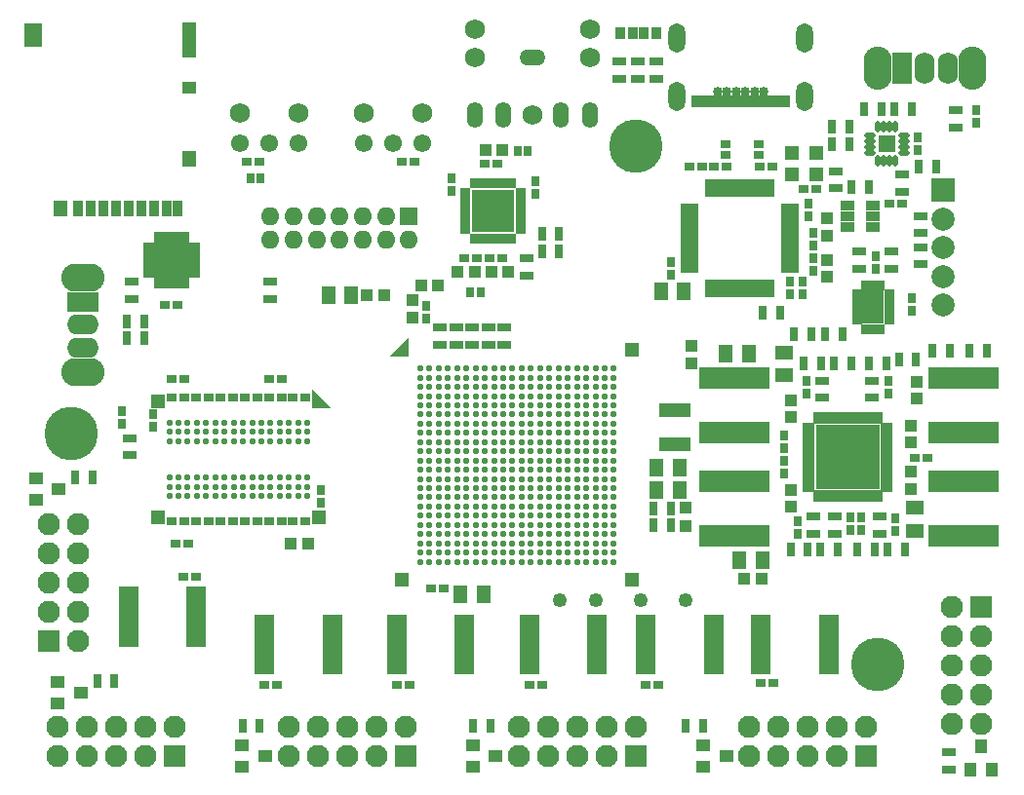
<source format=gts>
G04 #@! TF.GenerationSoftware,KiCad,Pcbnew,(5.0.0)*
G04 #@! TF.CreationDate,2018-09-09T11:50:12+09:00*
G04 #@! TF.ProjectId,ZynqBoard2,5A796E71426F617264322E6B69636164,rev?*
G04 #@! TF.SameCoordinates,Original*
G04 #@! TF.FileFunction,Soldermask,Top*
G04 #@! TF.FilePolarity,Negative*
%FSLAX46Y46*%
G04 Gerber Fmt 4.6, Leading zero omitted, Abs format (unit mm)*
G04 Created by KiCad (PCBNEW (5.0.0)) date 09/09/18 11:50:12*
%MOMM*%
%LPD*%
G01*
G04 APERTURE LIST*
%ADD10R,1.250000X1.500000*%
%ADD11R,1.050000X1.000000*%
%ADD12R,0.550000X1.060000*%
%ADD13R,1.060000X0.550000*%
%ADD14R,2.000000X2.000000*%
%ADD15R,0.750000X0.850000*%
%ADD16R,0.850000X0.750000*%
%ADD17C,0.580000*%
%ADD18R,1.180000X1.180000*%
%ADD19C,0.887106*%
%ADD20C,0.100000*%
%ADD21R,0.850000X0.850000*%
%ADD22O,1.000000X0.550000*%
%ADD23O,0.550000X1.000000*%
%ADD24R,2.750000X1.250000*%
%ADD25R,1.000000X1.050000*%
%ADD26R,1.500000X1.250000*%
%ADD27R,1.050000X1.050000*%
%ADD28R,0.850000X1.100000*%
%ADD29R,0.900000X1.100000*%
%ADD30O,1.600000X1.600000*%
%ADD31R,1.600000X1.600000*%
%ADD32R,1.550000X2.150000*%
%ADD33R,1.250000X3.050000*%
%ADD34R,1.250000X1.050000*%
%ADD35R,1.250000X1.450000*%
%ADD36R,0.950000X1.450000*%
%ADD37C,2.000000*%
%ADD38R,0.480000X1.100000*%
%ADD39R,0.710000X1.100000*%
%ADD40C,0.850000*%
%ADD41O,1.450000X2.550000*%
%ADD42C,1.750000*%
%ADD43O,2.250000X1.350000*%
%ADD44O,1.350000X2.250000*%
%ADD45R,6.150000X1.850000*%
%ADD46R,1.150000X1.250000*%
%ADD47O,1.950000X1.950000*%
%ADD48R,1.950000X1.950000*%
%ADD49R,1.050000X1.150000*%
%ADD50R,1.150000X1.050000*%
%ADD51R,1.150000X0.750000*%
%ADD52R,0.750000X1.150000*%
%ADD53O,3.750000X2.450000*%
%ADD54O,2.750000X1.750000*%
%ADD55R,2.750000X1.750000*%
%ADD56R,1.750000X2.750000*%
%ADD57O,1.750000X2.750000*%
%ADD58O,2.450000X3.750000*%
%ADD59R,1.550000X1.550000*%
%ADD60R,1.100000X0.550000*%
%ADD61R,0.550000X1.100000*%
%ADD62R,0.950000X0.500000*%
%ADD63R,0.500000X0.950000*%
%ADD64R,1.075000X1.575000*%
%ADD65R,1.550000X0.500000*%
%ADD66R,0.500000X1.550000*%
%ADD67R,1.310000X0.900000*%
%ADD68R,1.975000X1.975000*%
%ADD69C,1.550000*%
%ADD70R,1.750000X0.700000*%
%ADD71R,0.850000X0.650000*%
%ADD72R,0.650000X0.850000*%
%ADD73C,4.650000*%
%ADD74C,1.250000*%
G04 APERTURE END LIST*
D10*
G04 #@! TO.C,C48*
X89800000Y-98900000D03*
X87800000Y-98900000D03*
G04 #@! TD*
D11*
G04 #@! TO.C,C95*
X95450000Y-108600000D03*
X96950000Y-108600000D03*
G04 #@! TD*
D12*
G04 #@! TO.C,U4*
X107150000Y-101400000D03*
X106650000Y-101400000D03*
X106150000Y-101400000D03*
X105650000Y-101400000D03*
X105150000Y-101400000D03*
X104650000Y-101400000D03*
X104150000Y-101400000D03*
X103650000Y-101400000D03*
X103150000Y-101400000D03*
X102650000Y-101400000D03*
X102150000Y-101400000D03*
X101650000Y-94600000D03*
X102150000Y-94600000D03*
X102650000Y-94600000D03*
X103150000Y-94600000D03*
X103650000Y-94600000D03*
X104150000Y-94600000D03*
X104650000Y-94600000D03*
X105150000Y-94600000D03*
X105650000Y-94600000D03*
X106150000Y-94600000D03*
X106650000Y-94600000D03*
D13*
X101000000Y-100750000D03*
X101000000Y-100250000D03*
X101000000Y-99750000D03*
X101000000Y-99250000D03*
X101000000Y-98750000D03*
X101000000Y-98250000D03*
X101000000Y-97750000D03*
X101000000Y-97250000D03*
X101000000Y-96750000D03*
X101000000Y-96250000D03*
X101000000Y-95750000D03*
X107800000Y-95250000D03*
X107800000Y-95750000D03*
X107800000Y-96250000D03*
X107800000Y-96750000D03*
X107800000Y-97250000D03*
X107800000Y-97750000D03*
X107800000Y-98250000D03*
X107800000Y-98750000D03*
X107800000Y-99250000D03*
X107800000Y-99750000D03*
X107800000Y-100250000D03*
X101000000Y-95250000D03*
D12*
X107150000Y-94600000D03*
D13*
X107800000Y-100750000D03*
D12*
X101650000Y-101400000D03*
D14*
X106150000Y-99750000D03*
X106150000Y-96250000D03*
X106150000Y-98000000D03*
X104400000Y-98000000D03*
X104400000Y-96250000D03*
X104400000Y-99750000D03*
X102650000Y-98000000D03*
X102650000Y-96250000D03*
X102650000Y-99750000D03*
G04 #@! TD*
D15*
G04 #@! TO.C,C123*
X89100000Y-82150000D03*
X89100000Y-81050000D03*
G04 #@! TD*
D16*
G04 #@! TO.C,C4*
X47150000Y-105500000D03*
X46050000Y-105500000D03*
G04 #@! TD*
G04 #@! TO.C,C5*
X57350000Y-92800000D03*
X56250000Y-92800000D03*
G04 #@! TD*
G04 #@! TO.C,C6*
X55250000Y-92800000D03*
X54150000Y-92800000D03*
G04 #@! TD*
G04 #@! TO.C,C7*
X53150000Y-92800000D03*
X52050000Y-92800000D03*
G04 #@! TD*
G04 #@! TO.C,C8*
X51050000Y-92800000D03*
X49950000Y-92800000D03*
G04 #@! TD*
G04 #@! TO.C,C9*
X48950000Y-92800000D03*
X47850000Y-92800000D03*
G04 #@! TD*
G04 #@! TO.C,C10*
X46850000Y-92800000D03*
X45750000Y-92800000D03*
G04 #@! TD*
D15*
G04 #@! TO.C,C11*
X44100000Y-94250000D03*
X44100000Y-95350000D03*
G04 #@! TD*
G04 #@! TO.C,C12*
X41400000Y-94050000D03*
X41400000Y-95150000D03*
G04 #@! TD*
D16*
G04 #@! TO.C,C13*
X46850000Y-103600000D03*
X45750000Y-103600000D03*
G04 #@! TD*
G04 #@! TO.C,C14*
X48950000Y-103600000D03*
X47850000Y-103600000D03*
G04 #@! TD*
G04 #@! TO.C,C15*
X51050000Y-103600000D03*
X49950000Y-103600000D03*
G04 #@! TD*
G04 #@! TO.C,C16*
X52050000Y-103600000D03*
X53150000Y-103600000D03*
G04 #@! TD*
G04 #@! TO.C,C17*
X55250000Y-103600000D03*
X54150000Y-103600000D03*
G04 #@! TD*
G04 #@! TO.C,C18*
X56250000Y-103600000D03*
X57350000Y-103600000D03*
G04 #@! TD*
D15*
G04 #@! TO.C,C19*
X58700000Y-100850000D03*
X58700000Y-101950000D03*
G04 #@! TD*
D16*
G04 #@! TO.C,C20*
X55250000Y-91200000D03*
X54150000Y-91200000D03*
G04 #@! TD*
G04 #@! TO.C,C21*
X46850000Y-91200000D03*
X45750000Y-91200000D03*
G04 #@! TD*
D15*
G04 #@! TO.C,C63*
X67800000Y-85950000D03*
X67800000Y-84850000D03*
G04 #@! TD*
D16*
G04 #@! TO.C,C64*
X68250000Y-109400000D03*
X69350000Y-109400000D03*
G04 #@! TD*
G04 #@! TO.C,C85*
X46250000Y-84800000D03*
X45150000Y-84800000D03*
G04 #@! TD*
D15*
G04 #@! TO.C,C93*
X98900000Y-98350000D03*
X98900000Y-99450000D03*
G04 #@! TD*
G04 #@! TO.C,C97*
X115600000Y-67850000D03*
X115600000Y-68950000D03*
G04 #@! TD*
G04 #@! TO.C,C98*
X105600000Y-103250000D03*
X105600000Y-104350000D03*
G04 #@! TD*
G04 #@! TO.C,C99*
X104600000Y-103250000D03*
X104600000Y-104350000D03*
G04 #@! TD*
G04 #@! TO.C,C100*
X98900000Y-96150000D03*
X98900000Y-97250000D03*
G04 #@! TD*
G04 #@! TO.C,C103*
X100100000Y-103550000D03*
X100100000Y-104650000D03*
G04 #@! TD*
G04 #@! TO.C,C104*
X110000000Y-84150000D03*
X110000000Y-85250000D03*
G04 #@! TD*
G04 #@! TO.C,C105*
X100800000Y-92450000D03*
X100800000Y-91350000D03*
G04 #@! TD*
G04 #@! TO.C,C107*
X108500000Y-103350000D03*
X108500000Y-104450000D03*
G04 #@! TD*
G04 #@! TO.C,C109*
X106800000Y-80550000D03*
X106800000Y-81650000D03*
G04 #@! TD*
G04 #@! TO.C,C110*
X107900000Y-92450000D03*
X107900000Y-91350000D03*
G04 #@! TD*
D16*
G04 #@! TO.C,C113*
X110250000Y-98100000D03*
X111350000Y-98100000D03*
G04 #@! TD*
D15*
G04 #@! TO.C,C121*
X110500000Y-70250000D03*
X110500000Y-71350000D03*
G04 #@! TD*
D16*
G04 #@! TO.C,C122*
X90650000Y-72800000D03*
X91750000Y-72800000D03*
G04 #@! TD*
D15*
G04 #@! TO.C,C124*
X101000000Y-77050000D03*
X101000000Y-75950000D03*
G04 #@! TD*
G04 #@! TO.C,C126*
X101400000Y-80750000D03*
X101400000Y-81850000D03*
G04 #@! TD*
G04 #@! TO.C,C127*
X100500000Y-82750000D03*
X100500000Y-83850000D03*
G04 #@! TD*
G04 #@! TO.C,C128*
X99400000Y-82750000D03*
X99400000Y-83850000D03*
G04 #@! TD*
G04 #@! TO.C,C130*
X101400000Y-79650000D03*
X101400000Y-78550000D03*
G04 #@! TD*
D16*
G04 #@! TO.C,C131*
X108050000Y-76000000D03*
X109150000Y-76000000D03*
G04 #@! TD*
G04 #@! TO.C,C132*
X93850000Y-72800000D03*
X92750000Y-72800000D03*
G04 #@! TD*
G04 #@! TO.C,C133*
X101650000Y-74700000D03*
X100550000Y-74700000D03*
G04 #@! TD*
G04 #@! TO.C,C134*
X96750000Y-72800000D03*
X97850000Y-72800000D03*
G04 #@! TD*
D15*
G04 #@! TO.C,C135*
X77300000Y-75150000D03*
X77300000Y-74050000D03*
G04 #@! TD*
D16*
G04 #@! TO.C,C137*
X73350000Y-80700000D03*
X74450000Y-80700000D03*
G04 #@! TD*
G04 #@! TO.C,C139*
X73950000Y-72500000D03*
X72850000Y-72500000D03*
G04 #@! TD*
D15*
G04 #@! TO.C,C140*
X70000000Y-74850000D03*
X70000000Y-73750000D03*
G04 #@! TD*
D16*
G04 #@! TO.C,C141*
X71150000Y-80700000D03*
X72250000Y-80700000D03*
G04 #@! TD*
G04 #@! TO.C,C143*
X65650000Y-72300000D03*
X66750000Y-72300000D03*
G04 #@! TD*
G04 #@! TO.C,C144*
X52250000Y-72300000D03*
X53350000Y-72300000D03*
G04 #@! TD*
G04 #@! TO.C,C145*
X96850000Y-117600000D03*
X97950000Y-117600000D03*
G04 #@! TD*
G04 #@! TO.C,C146*
X86850000Y-117800000D03*
X87950000Y-117800000D03*
G04 #@! TD*
G04 #@! TO.C,C147*
X76750000Y-117800000D03*
X77850000Y-117800000D03*
G04 #@! TD*
G04 #@! TO.C,C148*
X65250000Y-117800000D03*
X66350000Y-117800000D03*
G04 #@! TD*
G04 #@! TO.C,C149*
X53750000Y-117800000D03*
X54850000Y-117800000D03*
G04 #@! TD*
G04 #@! TO.C,C150*
X47850000Y-108400000D03*
X46750000Y-108400000D03*
G04 #@! TD*
D17*
G04 #@! TO.C,U2*
X45500000Y-101400000D03*
X45500000Y-100600000D03*
X45500000Y-99800000D03*
X45500000Y-96600000D03*
X45500000Y-95800000D03*
X45500000Y-95000000D03*
X46300000Y-101400000D03*
X46300000Y-100600000D03*
X46300000Y-99800000D03*
X46300000Y-96600000D03*
X46300000Y-95800000D03*
X46300000Y-95000000D03*
X47100000Y-101400000D03*
X47100000Y-100600000D03*
X47100000Y-99800000D03*
X47100000Y-96600000D03*
X47100000Y-95800000D03*
X47100000Y-95000000D03*
X47900000Y-101400000D03*
X47900000Y-100600000D03*
X47900000Y-99800000D03*
X47900000Y-96600000D03*
X47900000Y-95800000D03*
X47900000Y-95000000D03*
X48700000Y-101400000D03*
X48700000Y-100600000D03*
X48700000Y-99800000D03*
X48700000Y-96600000D03*
X48700000Y-95800000D03*
X48700000Y-95000000D03*
X49500000Y-101400000D03*
X49500000Y-100600000D03*
X49500000Y-99800000D03*
X49500000Y-96600000D03*
X49500000Y-95800000D03*
X49500000Y-95000000D03*
X50300000Y-101400000D03*
X50300000Y-100600000D03*
X50300000Y-99800000D03*
X50300000Y-96600000D03*
X50300000Y-95800000D03*
X50300000Y-95000000D03*
X51100000Y-101400000D03*
X51100000Y-100600000D03*
X51100000Y-99800000D03*
X51100000Y-96600000D03*
X51100000Y-95800000D03*
X51100000Y-95000000D03*
X51900000Y-101400000D03*
X51900000Y-100600000D03*
X51900000Y-99800000D03*
X51900000Y-96600000D03*
X51900000Y-95800000D03*
X51900000Y-95000000D03*
X52700000Y-101400000D03*
X52700000Y-100600000D03*
X52700000Y-99800000D03*
X52700000Y-96600000D03*
X52700000Y-95800000D03*
X52700000Y-95000000D03*
X53500000Y-101400000D03*
X53500000Y-100600000D03*
X53500000Y-99800000D03*
X53500000Y-96600000D03*
X53500000Y-95800000D03*
X53500000Y-95000000D03*
X54300000Y-101400000D03*
X54300000Y-100600000D03*
X54300000Y-99800000D03*
X54300000Y-96600000D03*
X54300000Y-95800000D03*
X54300000Y-95000000D03*
X55100000Y-101400000D03*
X55100000Y-100600000D03*
X55100000Y-99800000D03*
X55100000Y-96600000D03*
X55100000Y-95800000D03*
X55100000Y-95000000D03*
X55900000Y-101400000D03*
X55900000Y-100600000D03*
X55900000Y-99800000D03*
X55900000Y-96600000D03*
X55900000Y-95800000D03*
X55900000Y-95000000D03*
X56700000Y-101400000D03*
X56700000Y-100600000D03*
X56700000Y-99800000D03*
X56700000Y-96600000D03*
X56700000Y-95800000D03*
X56700000Y-95000000D03*
X57500000Y-101400000D03*
X57500000Y-100600000D03*
X57500000Y-99800000D03*
X57500000Y-96600000D03*
X57500000Y-95800000D03*
X57500000Y-95000000D03*
D18*
X58500000Y-103200000D03*
X44500000Y-93200000D03*
X44500000Y-103200000D03*
D19*
X58353553Y-93346447D03*
D20*
G36*
X59631492Y-93790000D02*
X57962721Y-93790001D01*
X57909999Y-93737279D01*
X57910000Y-92068508D01*
X59631492Y-93790000D01*
X59631492Y-93790000D01*
G37*
G04 #@! TD*
D18*
G04 #@! TO.C,U1*
X65700000Y-108700000D03*
X85700000Y-108700000D03*
X85700000Y-88700000D03*
D19*
X65846447Y-88846447D03*
D20*
G36*
X66290000Y-87568508D02*
X66290001Y-89237279D01*
X66237279Y-89290001D01*
X64568508Y-89290000D01*
X66290000Y-87568508D01*
X66290000Y-87568508D01*
G37*
D17*
X84100000Y-107100000D03*
X84100000Y-106300000D03*
X84100000Y-105500000D03*
X84100000Y-104700000D03*
X84100000Y-103900000D03*
X84100000Y-103100000D03*
X84100000Y-102300000D03*
X84100000Y-101500000D03*
X84100000Y-100700000D03*
X84100000Y-99900000D03*
X84100000Y-99100000D03*
X84100000Y-98300000D03*
X84100000Y-97500000D03*
X84100000Y-96700000D03*
X84100000Y-95900000D03*
X84100000Y-95100000D03*
X84100000Y-94300000D03*
X84100000Y-93500000D03*
X84100000Y-92700000D03*
X84100000Y-91900000D03*
X84100000Y-91100000D03*
X84100000Y-90300000D03*
X83300000Y-107100000D03*
X83300000Y-106300000D03*
X83300000Y-105500000D03*
X83300000Y-104700000D03*
X83300000Y-103900000D03*
X83300000Y-103100000D03*
X83300000Y-102300000D03*
X83300000Y-101500000D03*
X83300000Y-100700000D03*
X83300000Y-99900000D03*
X83300000Y-99100000D03*
X83300000Y-98300000D03*
X83300000Y-97500000D03*
X83300000Y-96700000D03*
X83300000Y-95900000D03*
X83300000Y-95100000D03*
X83300000Y-94300000D03*
X83300000Y-93500000D03*
X83300000Y-92700000D03*
X83300000Y-91900000D03*
X83300000Y-91100000D03*
X83300000Y-90300000D03*
X82500000Y-107100000D03*
X82500000Y-106300000D03*
X82500000Y-105500000D03*
X82500000Y-104700000D03*
X82500000Y-103900000D03*
X82500000Y-103100000D03*
X82500000Y-102300000D03*
X82500000Y-101500000D03*
X82500000Y-100700000D03*
X82500000Y-99900000D03*
X82500000Y-99100000D03*
X82500000Y-98300000D03*
X82500000Y-97500000D03*
X82500000Y-96700000D03*
X82500000Y-95900000D03*
X82500000Y-95100000D03*
X82500000Y-94300000D03*
X82500000Y-93500000D03*
X82500000Y-92700000D03*
X82500000Y-91900000D03*
X82500000Y-91100000D03*
X82500000Y-90300000D03*
X81700000Y-107100000D03*
X81700000Y-106300000D03*
X81700000Y-105500000D03*
X81700000Y-104700000D03*
X81700000Y-103900000D03*
X81700000Y-103100000D03*
X81700000Y-102300000D03*
X81700000Y-101500000D03*
X81700000Y-100700000D03*
X81700000Y-99900000D03*
X81700000Y-99100000D03*
X81700000Y-98300000D03*
X81700000Y-97500000D03*
X81700000Y-96700000D03*
X81700000Y-95900000D03*
X81700000Y-95100000D03*
X81700000Y-94300000D03*
X81700000Y-93500000D03*
X81700000Y-92700000D03*
X81700000Y-91900000D03*
X81700000Y-91100000D03*
X81700000Y-90300000D03*
X80900000Y-107100000D03*
X80900000Y-106300000D03*
X80900000Y-105500000D03*
X80900000Y-104700000D03*
X80900000Y-103900000D03*
X80900000Y-103100000D03*
X80900000Y-102300000D03*
X80900000Y-101500000D03*
X80900000Y-100700000D03*
X80900000Y-99900000D03*
X80900000Y-99100000D03*
X80900000Y-98300000D03*
X80900000Y-97500000D03*
X80900000Y-96700000D03*
X80900000Y-95900000D03*
X80900000Y-95100000D03*
X80900000Y-94300000D03*
X80900000Y-93500000D03*
X80900000Y-92700000D03*
X80900000Y-91900000D03*
X80900000Y-91100000D03*
X80900000Y-90300000D03*
X80100000Y-107100000D03*
X80100000Y-106300000D03*
X80100000Y-105500000D03*
X80100000Y-104700000D03*
X80100000Y-103900000D03*
X80100000Y-103100000D03*
X80100000Y-102300000D03*
X80100000Y-101500000D03*
X80100000Y-100700000D03*
X80100000Y-99900000D03*
X80100000Y-99100000D03*
X80100000Y-98300000D03*
X80100000Y-97500000D03*
X80100000Y-96700000D03*
X80100000Y-95900000D03*
X80100000Y-95100000D03*
X80100000Y-94300000D03*
X80100000Y-93500000D03*
X80100000Y-92700000D03*
X80100000Y-91900000D03*
X80100000Y-91100000D03*
X80100000Y-90300000D03*
X79300000Y-107100000D03*
X79300000Y-106300000D03*
X79300000Y-105500000D03*
X79300000Y-104700000D03*
X79300000Y-103900000D03*
X79300000Y-103100000D03*
X79300000Y-102300000D03*
X79300000Y-101500000D03*
X79300000Y-100700000D03*
X79300000Y-99900000D03*
X79300000Y-99100000D03*
X79300000Y-98300000D03*
X79300000Y-97500000D03*
X79300000Y-96700000D03*
X79300000Y-95900000D03*
X79300000Y-95100000D03*
X79300000Y-94300000D03*
X79300000Y-93500000D03*
X79300000Y-92700000D03*
X79300000Y-91900000D03*
X79300000Y-91100000D03*
X79300000Y-90300000D03*
X78500000Y-107100000D03*
X78500000Y-106300000D03*
X78500000Y-105500000D03*
X78500000Y-104700000D03*
X78500000Y-103900000D03*
X78500000Y-103100000D03*
X78500000Y-102300000D03*
X78500000Y-101500000D03*
X78500000Y-100700000D03*
X78500000Y-99900000D03*
X78500000Y-99100000D03*
X78500000Y-98300000D03*
X78500000Y-97500000D03*
X78500000Y-96700000D03*
X78500000Y-95900000D03*
X78500000Y-95100000D03*
X78500000Y-94300000D03*
X78500000Y-93500000D03*
X78500000Y-92700000D03*
X78500000Y-91900000D03*
X78500000Y-91100000D03*
X78500000Y-90300000D03*
X77700000Y-107100000D03*
X77700000Y-106300000D03*
X77700000Y-105500000D03*
X77700000Y-104700000D03*
X77700000Y-103900000D03*
X77700000Y-103100000D03*
X77700000Y-102300000D03*
X77700000Y-101500000D03*
X77700000Y-100700000D03*
X77700000Y-99900000D03*
X77700000Y-99100000D03*
X77700000Y-98300000D03*
X77700000Y-97500000D03*
X77700000Y-96700000D03*
X77700000Y-95900000D03*
X77700000Y-95100000D03*
X77700000Y-94300000D03*
X77700000Y-93500000D03*
X77700000Y-92700000D03*
X77700000Y-91900000D03*
X77700000Y-91100000D03*
X77700000Y-90300000D03*
X76900000Y-107100000D03*
X76900000Y-106300000D03*
X76900000Y-105500000D03*
X76900000Y-104700000D03*
X76900000Y-103900000D03*
X76900000Y-103100000D03*
X76900000Y-102300000D03*
X76900000Y-101500000D03*
X76900000Y-100700000D03*
X76900000Y-99900000D03*
X76900000Y-99100000D03*
X76900000Y-98300000D03*
X76900000Y-97500000D03*
X76900000Y-96700000D03*
X76900000Y-95900000D03*
X76900000Y-95100000D03*
X76900000Y-94300000D03*
X76900000Y-93500000D03*
X76900000Y-92700000D03*
X76900000Y-91900000D03*
X76900000Y-91100000D03*
X76900000Y-90300000D03*
X76100000Y-107100000D03*
X76100000Y-106300000D03*
X76100000Y-105500000D03*
X76100000Y-104700000D03*
X76100000Y-103900000D03*
X76100000Y-103100000D03*
X76100000Y-102300000D03*
X76100000Y-101500000D03*
X76100000Y-100700000D03*
X76100000Y-99900000D03*
X76100000Y-99100000D03*
X76100000Y-98300000D03*
X76100000Y-97500000D03*
X76100000Y-96700000D03*
X76100000Y-95900000D03*
X76100000Y-95100000D03*
X76100000Y-94300000D03*
X76100000Y-93500000D03*
X76100000Y-92700000D03*
X76100000Y-91900000D03*
X76100000Y-91100000D03*
X76100000Y-90300000D03*
X75300000Y-107100000D03*
X75300000Y-106300000D03*
X75300000Y-105500000D03*
X75300000Y-104700000D03*
X75300000Y-103900000D03*
X75300000Y-103100000D03*
X75300000Y-102300000D03*
X75300000Y-101500000D03*
X75300000Y-100700000D03*
X75300000Y-99900000D03*
X75300000Y-99100000D03*
X75300000Y-98300000D03*
X75300000Y-97500000D03*
X75300000Y-96700000D03*
X75300000Y-95900000D03*
X75300000Y-95100000D03*
X75300000Y-94300000D03*
X75300000Y-93500000D03*
X75300000Y-92700000D03*
X75300000Y-91900000D03*
X75300000Y-91100000D03*
X75300000Y-90300000D03*
X74500000Y-107100000D03*
X74500000Y-106300000D03*
X74500000Y-105500000D03*
X74500000Y-104700000D03*
X74500000Y-103900000D03*
X74500000Y-103100000D03*
X74500000Y-102300000D03*
X74500000Y-101500000D03*
X74500000Y-100700000D03*
X74500000Y-99900000D03*
X74500000Y-99100000D03*
X74500000Y-98300000D03*
X74500000Y-97500000D03*
X74500000Y-96700000D03*
X74500000Y-95900000D03*
X74500000Y-95100000D03*
X74500000Y-94300000D03*
X74500000Y-93500000D03*
X74500000Y-92700000D03*
X74500000Y-91900000D03*
X74500000Y-91100000D03*
X74500000Y-90300000D03*
X73700000Y-107100000D03*
X73700000Y-106300000D03*
X73700000Y-105500000D03*
X73700000Y-104700000D03*
X73700000Y-103900000D03*
X73700000Y-103100000D03*
X73700000Y-102300000D03*
X73700000Y-101500000D03*
X73700000Y-100700000D03*
X73700000Y-99900000D03*
X73700000Y-99100000D03*
X73700000Y-98300000D03*
X73700000Y-97500000D03*
X73700000Y-96700000D03*
X73700000Y-95900000D03*
X73700000Y-95100000D03*
X73700000Y-94300000D03*
X73700000Y-93500000D03*
X73700000Y-92700000D03*
X73700000Y-91900000D03*
X73700000Y-91100000D03*
X73700000Y-90300000D03*
X72900000Y-107100000D03*
X72900000Y-106300000D03*
X72900000Y-105500000D03*
X72900000Y-104700000D03*
X72900000Y-103900000D03*
X72900000Y-103100000D03*
X72900000Y-102300000D03*
X72900000Y-101500000D03*
X72900000Y-100700000D03*
X72900000Y-99900000D03*
X72900000Y-99100000D03*
X72900000Y-98300000D03*
X72900000Y-97500000D03*
X72900000Y-96700000D03*
X72900000Y-95900000D03*
X72900000Y-95100000D03*
X72900000Y-94300000D03*
X72900000Y-93500000D03*
X72900000Y-92700000D03*
X72900000Y-91900000D03*
X72900000Y-91100000D03*
X72900000Y-90300000D03*
X72100000Y-107100000D03*
X72100000Y-106300000D03*
X72100000Y-105500000D03*
X72100000Y-104700000D03*
X72100000Y-103900000D03*
X72100000Y-103100000D03*
X72100000Y-102300000D03*
X72100000Y-101500000D03*
X72100000Y-100700000D03*
X72100000Y-99900000D03*
X72100000Y-99100000D03*
X72100000Y-98300000D03*
X72100000Y-97500000D03*
X72100000Y-96700000D03*
X72100000Y-95900000D03*
X72100000Y-95100000D03*
X72100000Y-94300000D03*
X72100000Y-93500000D03*
X72100000Y-92700000D03*
X72100000Y-91900000D03*
X72100000Y-91100000D03*
X72100000Y-90300000D03*
X71300000Y-107100000D03*
X71300000Y-106300000D03*
X71300000Y-105500000D03*
X71300000Y-104700000D03*
X71300000Y-103900000D03*
X71300000Y-103100000D03*
X71300000Y-102300000D03*
X71300000Y-101500000D03*
X71300000Y-100700000D03*
X71300000Y-99900000D03*
X71300000Y-99100000D03*
X71300000Y-98300000D03*
X71300000Y-97500000D03*
X71300000Y-96700000D03*
X71300000Y-95900000D03*
X71300000Y-95100000D03*
X71300000Y-94300000D03*
X71300000Y-93500000D03*
X71300000Y-92700000D03*
X71300000Y-91900000D03*
X71300000Y-91100000D03*
X71300000Y-90300000D03*
X70500000Y-107100000D03*
X70500000Y-106300000D03*
X70500000Y-105500000D03*
X70500000Y-104700000D03*
X70500000Y-103900000D03*
X70500000Y-103100000D03*
X70500000Y-102300000D03*
X70500000Y-101500000D03*
X70500000Y-100700000D03*
X70500000Y-99900000D03*
X70500000Y-99100000D03*
X70500000Y-98300000D03*
X70500000Y-97500000D03*
X70500000Y-96700000D03*
X70500000Y-95900000D03*
X70500000Y-95100000D03*
X70500000Y-94300000D03*
X70500000Y-93500000D03*
X70500000Y-92700000D03*
X70500000Y-91900000D03*
X70500000Y-91100000D03*
X70500000Y-90300000D03*
X69700000Y-107100000D03*
X69700000Y-106300000D03*
X69700000Y-105500000D03*
X69700000Y-104700000D03*
X69700000Y-103900000D03*
X69700000Y-103100000D03*
X69700000Y-102300000D03*
X69700000Y-101500000D03*
X69700000Y-100700000D03*
X69700000Y-99900000D03*
X69700000Y-99100000D03*
X69700000Y-98300000D03*
X69700000Y-97500000D03*
X69700000Y-96700000D03*
X69700000Y-95900000D03*
X69700000Y-95100000D03*
X69700000Y-94300000D03*
X69700000Y-93500000D03*
X69700000Y-92700000D03*
X69700000Y-91900000D03*
X69700000Y-91100000D03*
X69700000Y-90300000D03*
X68900000Y-107100000D03*
X68900000Y-106300000D03*
X68900000Y-105500000D03*
X68900000Y-104700000D03*
X68900000Y-103900000D03*
X68900000Y-103100000D03*
X68900000Y-102300000D03*
X68900000Y-101500000D03*
X68900000Y-100700000D03*
X68900000Y-99900000D03*
X68900000Y-99100000D03*
X68900000Y-98300000D03*
X68900000Y-97500000D03*
X68900000Y-96700000D03*
X68900000Y-95900000D03*
X68900000Y-95100000D03*
X68900000Y-94300000D03*
X68900000Y-93500000D03*
X68900000Y-92700000D03*
X68900000Y-91900000D03*
X68900000Y-91100000D03*
X68900000Y-90300000D03*
X68100000Y-107100000D03*
X68100000Y-106300000D03*
X68100000Y-105500000D03*
X68100000Y-104700000D03*
X68100000Y-103900000D03*
X68100000Y-103100000D03*
X68100000Y-102300000D03*
X68100000Y-101500000D03*
X68100000Y-100700000D03*
X68100000Y-99900000D03*
X68100000Y-99100000D03*
X68100000Y-98300000D03*
X68100000Y-97500000D03*
X68100000Y-96700000D03*
X68100000Y-95900000D03*
X68100000Y-95100000D03*
X68100000Y-94300000D03*
X68100000Y-93500000D03*
X68100000Y-92700000D03*
X68100000Y-91900000D03*
X68100000Y-91100000D03*
X68100000Y-90300000D03*
X67300000Y-107100000D03*
X67300000Y-106300000D03*
X67300000Y-105500000D03*
X67300000Y-104700000D03*
X67300000Y-103900000D03*
X67300000Y-103100000D03*
X67300000Y-102300000D03*
X67300000Y-101500000D03*
X67300000Y-100700000D03*
X67300000Y-99900000D03*
X67300000Y-99100000D03*
X67300000Y-98300000D03*
X67300000Y-97500000D03*
X67300000Y-96700000D03*
X67300000Y-95900000D03*
X67300000Y-95100000D03*
X67300000Y-94300000D03*
X67300000Y-93500000D03*
X67300000Y-92700000D03*
X67300000Y-91900000D03*
X67300000Y-91100000D03*
X67300000Y-90300000D03*
G04 #@! TD*
D21*
G04 #@! TO.C,U8*
X108100000Y-70500000D03*
X107500000Y-70500000D03*
X108100000Y-71100000D03*
X107500000Y-71100000D03*
D22*
X109275000Y-70050000D03*
X109275000Y-70550000D03*
X109275000Y-71050000D03*
X109275000Y-71550000D03*
D23*
X108550000Y-72275000D03*
X108050000Y-72275000D03*
X107550000Y-72275000D03*
X107050000Y-72275000D03*
D22*
X106325000Y-71550000D03*
X106325000Y-71050000D03*
X106325000Y-70550000D03*
X106325000Y-70050000D03*
D23*
X107050000Y-69325000D03*
X107550000Y-69325000D03*
X108050000Y-69325000D03*
X108550000Y-69325000D03*
G04 #@! TD*
D11*
G04 #@! TO.C,C22*
X56050000Y-105500000D03*
X57550000Y-105500000D03*
G04 #@! TD*
D10*
G04 #@! TO.C,C24*
X87800000Y-100900000D03*
X89800000Y-100900000D03*
G04 #@! TD*
D24*
G04 #@! TO.C,C35*
X89400000Y-93900000D03*
X89400000Y-96900000D03*
G04 #@! TD*
D10*
G04 #@! TO.C,C36*
X59300000Y-83900000D03*
X61300000Y-83900000D03*
G04 #@! TD*
D11*
G04 #@! TO.C,C37*
X67350000Y-83100000D03*
X68850000Y-83100000D03*
G04 #@! TD*
G04 #@! TO.C,C41*
X64150000Y-83900000D03*
X62650000Y-83900000D03*
G04 #@! TD*
D10*
G04 #@! TO.C,C49*
X88200000Y-83600000D03*
X90200000Y-83600000D03*
G04 #@! TD*
D25*
G04 #@! TO.C,C50*
X90800000Y-88350000D03*
X90800000Y-89850000D03*
G04 #@! TD*
D10*
G04 #@! TO.C,C60*
X70800000Y-109900000D03*
X72800000Y-109900000D03*
G04 #@! TD*
D25*
G04 #@! TO.C,C61*
X66600000Y-85850000D03*
X66600000Y-84350000D03*
G04 #@! TD*
G04 #@! TO.C,C89*
X99500000Y-102350000D03*
X99500000Y-100850000D03*
G04 #@! TD*
G04 #@! TO.C,C90*
X99500000Y-93050000D03*
X99500000Y-94550000D03*
G04 #@! TD*
G04 #@! TO.C,C91*
X109900000Y-99250000D03*
X109900000Y-100750000D03*
G04 #@! TD*
G04 #@! TO.C,C92*
X109900000Y-96750000D03*
X109900000Y-95250000D03*
G04 #@! TD*
D10*
G04 #@! TO.C,C94*
X97000000Y-107000000D03*
X95000000Y-107000000D03*
G04 #@! TD*
D26*
G04 #@! TO.C,C101*
X98900000Y-88900000D03*
X98900000Y-90900000D03*
G04 #@! TD*
D10*
G04 #@! TO.C,C102*
X93800000Y-89000000D03*
X95800000Y-89000000D03*
G04 #@! TD*
D26*
G04 #@! TO.C,C108*
X110200000Y-102400000D03*
X110200000Y-104400000D03*
G04 #@! TD*
D25*
G04 #@! TO.C,C112*
X110400000Y-91450000D03*
X110400000Y-92950000D03*
G04 #@! TD*
G04 #@! TO.C,C125*
X102600000Y-80850000D03*
X102600000Y-82350000D03*
G04 #@! TD*
G04 #@! TO.C,C129*
X102600000Y-77250000D03*
X102600000Y-78750000D03*
G04 #@! TD*
D11*
G04 #@! TO.C,C136*
X74950000Y-81900000D03*
X73450000Y-81900000D03*
G04 #@! TD*
G04 #@! TO.C,C138*
X74450000Y-71300000D03*
X72950000Y-71300000D03*
G04 #@! TD*
G04 #@! TO.C,C142*
X70550000Y-81900000D03*
X72050000Y-81900000D03*
G04 #@! TD*
D27*
G04 #@! TO.C,D1*
X90300000Y-104000000D03*
X90300000Y-102400000D03*
G04 #@! TD*
D28*
G04 #@! TO.C,D4*
X84625000Y-61175000D03*
D29*
X85750000Y-61175000D03*
X86650000Y-61175000D03*
D28*
X87775000Y-61175000D03*
G04 #@! TD*
D30*
G04 #@! TO.C,J1*
X54300000Y-79100000D03*
X54300000Y-77100000D03*
X56300000Y-79100000D03*
X56300000Y-77100000D03*
X58300000Y-79100000D03*
X58300000Y-77100000D03*
X60300000Y-79100000D03*
X60300000Y-77100000D03*
X62300000Y-79100000D03*
X62300000Y-77100000D03*
X64300000Y-79100000D03*
X64300000Y-77100000D03*
X66300000Y-79100000D03*
D31*
X66300000Y-77100000D03*
G04 #@! TD*
D32*
G04 #@! TO.C,J2*
X33700000Y-61300000D03*
D33*
X47200000Y-61750000D03*
D34*
X47200000Y-65900000D03*
D35*
X47200000Y-72100000D03*
X36050000Y-76400000D03*
D36*
X44200000Y-76400000D03*
X43100000Y-76400000D03*
X42000000Y-76400000D03*
X40900000Y-76400000D03*
X39800000Y-76400000D03*
X38700000Y-76400000D03*
X37600000Y-76400000D03*
X45300000Y-76400000D03*
X46250000Y-76400000D03*
G04 #@! TD*
D37*
G04 #@! TO.C,J3*
X112700000Y-84800000D03*
X112700000Y-82300000D03*
X112700000Y-79800000D03*
X112700000Y-77300000D03*
D14*
X112700000Y-74800000D03*
G04 #@! TD*
D38*
G04 #@! TO.C,J4*
X95300000Y-67075000D03*
X95700000Y-67075000D03*
X96100000Y-67075000D03*
X96500000Y-67075000D03*
X96900000Y-67075000D03*
X97300000Y-67075000D03*
X97700000Y-67075000D03*
X98100000Y-67075000D03*
X98500000Y-67075000D03*
X92100000Y-67075000D03*
X92500000Y-67075000D03*
X92900000Y-67075000D03*
X93300000Y-67075000D03*
X93700000Y-67075000D03*
X94100000Y-67075000D03*
X94500000Y-67075000D03*
X94900000Y-67075000D03*
X91700000Y-67075000D03*
D39*
X91185000Y-67075000D03*
X99015000Y-67075000D03*
D40*
X94700000Y-66200000D03*
X93900000Y-66200000D03*
X93100000Y-66200000D03*
X95500000Y-66200000D03*
X96300000Y-66200000D03*
X97100000Y-66200000D03*
D41*
X89550000Y-61600000D03*
X89550000Y-66650000D03*
X100650000Y-66650000D03*
X100650000Y-61600000D03*
G04 #@! TD*
D42*
G04 #@! TO.C,J5*
X72000000Y-60800000D03*
X82000000Y-60800000D03*
X72000000Y-63300000D03*
X82000000Y-63300000D03*
D43*
X77000000Y-63300000D03*
D44*
X82000000Y-68300000D03*
X79500000Y-68300000D03*
X74500000Y-68300000D03*
X72000000Y-68300000D03*
D42*
X77000000Y-68300000D03*
G04 #@! TD*
D45*
G04 #@! TO.C,L2*
X94600000Y-100150000D03*
X94600000Y-104850000D03*
G04 #@! TD*
G04 #@! TO.C,L3*
X94600000Y-95850000D03*
X94600000Y-91150000D03*
G04 #@! TD*
G04 #@! TO.C,L4*
X114500000Y-104850000D03*
X114500000Y-100150000D03*
G04 #@! TD*
G04 #@! TO.C,L5*
X114500000Y-95850000D03*
X114500000Y-91150000D03*
G04 #@! TD*
D46*
G04 #@! TO.C,O2*
X101650000Y-73450000D03*
X99550000Y-73450000D03*
X101650000Y-71550000D03*
X99550000Y-71550000D03*
G04 #@! TD*
D47*
G04 #@! TO.C,P1*
X113460000Y-121160000D03*
X116000000Y-121160000D03*
X113460000Y-118620000D03*
X116000000Y-118620000D03*
X113460000Y-116080000D03*
X116000000Y-116080000D03*
X113460000Y-113540000D03*
X116000000Y-113540000D03*
X113460000Y-111000000D03*
D48*
X116000000Y-111000000D03*
G04 #@! TD*
G04 #@! TO.C,P2*
X106000000Y-124000000D03*
D47*
X106000000Y-121460000D03*
X103460000Y-124000000D03*
X103460000Y-121460000D03*
X100920000Y-124000000D03*
X100920000Y-121460000D03*
X98380000Y-124000000D03*
X98380000Y-121460000D03*
X95840000Y-124000000D03*
X95840000Y-121460000D03*
G04 #@! TD*
G04 #@! TO.C,P3*
X75840000Y-121460000D03*
X75840000Y-124000000D03*
X78380000Y-121460000D03*
X78380000Y-124000000D03*
X80920000Y-121460000D03*
X80920000Y-124000000D03*
X83460000Y-121460000D03*
X83460000Y-124000000D03*
X86000000Y-121460000D03*
D48*
X86000000Y-124000000D03*
G04 #@! TD*
G04 #@! TO.C,P4*
X66000000Y-124000000D03*
D47*
X66000000Y-121460000D03*
X63460000Y-124000000D03*
X63460000Y-121460000D03*
X60920000Y-124000000D03*
X60920000Y-121460000D03*
X58380000Y-124000000D03*
X58380000Y-121460000D03*
X55840000Y-124000000D03*
X55840000Y-121460000D03*
G04 #@! TD*
D48*
G04 #@! TO.C,P5*
X46000000Y-124000000D03*
D47*
X46000000Y-121460000D03*
X43460000Y-124000000D03*
X43460000Y-121460000D03*
X40920000Y-124000000D03*
X40920000Y-121460000D03*
X38380000Y-124000000D03*
X38380000Y-121460000D03*
X35840000Y-124000000D03*
X35840000Y-121460000D03*
G04 #@! TD*
G04 #@! TO.C,P6*
X37540000Y-103840000D03*
X35000000Y-103840000D03*
X37540000Y-106380000D03*
X35000000Y-106380000D03*
X37540000Y-108920000D03*
X35000000Y-108920000D03*
X37540000Y-111460000D03*
X35000000Y-111460000D03*
X37540000Y-114000000D03*
D48*
X35000000Y-114000000D03*
G04 #@! TD*
D49*
G04 #@! TO.C,Q3*
X116000000Y-123150000D03*
X116950000Y-125150000D03*
X115050000Y-125150000D03*
G04 #@! TD*
D50*
G04 #@! TO.C,Q4*
X91850000Y-123050000D03*
X91850000Y-124950000D03*
X93850000Y-124000000D03*
G04 #@! TD*
G04 #@! TO.C,Q5*
X73850000Y-124000000D03*
X71850000Y-124950000D03*
X71850000Y-123050000D03*
G04 #@! TD*
G04 #@! TO.C,Q6*
X51800000Y-123050000D03*
X51800000Y-124950000D03*
X53800000Y-124000000D03*
G04 #@! TD*
G04 #@! TO.C,Q7*
X37800000Y-118500000D03*
X35800000Y-119450000D03*
X35800000Y-117550000D03*
G04 #@! TD*
G04 #@! TO.C,Q8*
X33900000Y-99850000D03*
X33900000Y-101750000D03*
X35900000Y-100800000D03*
G04 #@! TD*
D51*
G04 #@! TO.C,R2*
X42100000Y-97850000D03*
X42100000Y-96350000D03*
G04 #@! TD*
D52*
G04 #@! TO.C,R8*
X87550000Y-103900000D03*
X89050000Y-103900000D03*
G04 #@! TD*
G04 #@! TO.C,R9*
X87550000Y-102500000D03*
X89050000Y-102500000D03*
G04 #@! TD*
D51*
G04 #@! TO.C,R10*
X54300000Y-84250000D03*
X54300000Y-82750000D03*
G04 #@! TD*
G04 #@! TO.C,R13*
X73200000Y-86750000D03*
X73200000Y-88250000D03*
G04 #@! TD*
G04 #@! TO.C,R14*
X71800000Y-86750000D03*
X71800000Y-88250000D03*
G04 #@! TD*
G04 #@! TO.C,R15*
X74600000Y-88250000D03*
X74600000Y-86750000D03*
G04 #@! TD*
G04 #@! TO.C,R16*
X69000000Y-86750000D03*
X69000000Y-88250000D03*
G04 #@! TD*
G04 #@! TO.C,R17*
X70400000Y-88250000D03*
X70400000Y-86750000D03*
G04 #@! TD*
D52*
G04 #@! TO.C,R18*
X43350000Y-86200000D03*
X41850000Y-86200000D03*
G04 #@! TD*
G04 #@! TO.C,R20*
X41850000Y-87700000D03*
X43350000Y-87700000D03*
G04 #@! TD*
D51*
G04 #@! TO.C,R22*
X42200000Y-82750000D03*
X42200000Y-84250000D03*
G04 #@! TD*
D52*
G04 #@! TO.C,R26*
X102050000Y-106000000D03*
X103550000Y-106000000D03*
G04 #@! TD*
G04 #@! TO.C,R27*
X99450000Y-106000000D03*
X100950000Y-106000000D03*
G04 #@! TD*
D51*
G04 #@! TO.C,R28*
X113800000Y-69350000D03*
X113800000Y-67850000D03*
G04 #@! TD*
G04 #@! TO.C,R29*
X103300000Y-104650000D03*
X103300000Y-103150000D03*
G04 #@! TD*
D52*
G04 #@! TO.C,R30*
X100600000Y-89900000D03*
X102100000Y-89900000D03*
G04 #@! TD*
G04 #@! TO.C,R31*
X104700000Y-89900000D03*
X103200000Y-89900000D03*
G04 #@! TD*
D51*
G04 #@! TO.C,R32*
X101400000Y-103150000D03*
X101400000Y-104650000D03*
G04 #@! TD*
G04 #@! TO.C,R33*
X110700000Y-79750000D03*
X110700000Y-81250000D03*
G04 #@! TD*
G04 #@! TO.C,R34*
X102200000Y-91350000D03*
X102200000Y-92850000D03*
G04 #@! TD*
G04 #@! TO.C,R35*
X107200000Y-104650000D03*
X107200000Y-103150000D03*
G04 #@! TD*
D52*
G04 #@! TO.C,R36*
X109350000Y-106000000D03*
X107850000Y-106000000D03*
G04 #@! TD*
D51*
G04 #@! TO.C,R37*
X105400000Y-80150000D03*
X105400000Y-81650000D03*
G04 #@! TD*
D52*
G04 #@! TO.C,R38*
X105250000Y-106000000D03*
X106750000Y-106000000D03*
G04 #@! TD*
D51*
G04 #@! TO.C,R39*
X110700000Y-78550000D03*
X110700000Y-77050000D03*
G04 #@! TD*
G04 #@! TO.C,R40*
X108200000Y-80150000D03*
X108200000Y-81650000D03*
G04 #@! TD*
G04 #@! TO.C,R41*
X106500000Y-92850000D03*
X106500000Y-91350000D03*
G04 #@! TD*
D52*
G04 #@! TO.C,R42*
X110350000Y-89500000D03*
X108850000Y-89500000D03*
G04 #@! TD*
G04 #@! TO.C,R43*
X107750000Y-89900000D03*
X106250000Y-89900000D03*
G04 #@! TD*
G04 #@! TO.C,R44*
X102450000Y-87300000D03*
X103950000Y-87300000D03*
G04 #@! TD*
G04 #@! TO.C,R47*
X99750000Y-87300000D03*
X101250000Y-87300000D03*
G04 #@! TD*
G04 #@! TO.C,R49*
X113250000Y-88800000D03*
X111750000Y-88800000D03*
G04 #@! TD*
G04 #@! TO.C,R50*
X114950000Y-88800000D03*
X116450000Y-88800000D03*
G04 #@! TD*
G04 #@! TO.C,R51*
X110550000Y-72800000D03*
X112050000Y-72800000D03*
G04 #@! TD*
D51*
G04 #@! TO.C,R56*
X109100000Y-73450000D03*
X109100000Y-74950000D03*
G04 #@! TD*
D52*
G04 #@! TO.C,R57*
X107350000Y-67800000D03*
X105850000Y-67800000D03*
G04 #@! TD*
G04 #@! TO.C,R58*
X109950000Y-67800000D03*
X108450000Y-67800000D03*
G04 #@! TD*
G04 #@! TO.C,R59*
X103050000Y-70800000D03*
X104550000Y-70800000D03*
G04 #@! TD*
G04 #@! TO.C,R60*
X104550000Y-69300000D03*
X103050000Y-69300000D03*
G04 #@! TD*
D51*
G04 #@! TO.C,R63*
X103400000Y-74650000D03*
X103400000Y-73150000D03*
G04 #@! TD*
D52*
G04 #@! TO.C,R65*
X104750000Y-74500000D03*
X106250000Y-74500000D03*
G04 #@! TD*
G04 #@! TO.C,R66*
X98550000Y-85500000D03*
X97050000Y-85500000D03*
G04 #@! TD*
G04 #@! TO.C,R67*
X79350000Y-80100000D03*
X77850000Y-80100000D03*
G04 #@! TD*
G04 #@! TO.C,R68*
X77850000Y-78600000D03*
X79350000Y-78600000D03*
G04 #@! TD*
D51*
G04 #@! TO.C,R69*
X76500000Y-80750000D03*
X76500000Y-82250000D03*
G04 #@! TD*
G04 #@! TO.C,R70*
X113200000Y-123650000D03*
X113200000Y-125150000D03*
G04 #@! TD*
D52*
G04 #@! TO.C,R71*
X91850000Y-121400000D03*
X90350000Y-121400000D03*
G04 #@! TD*
G04 #@! TO.C,R72*
X73400000Y-121400000D03*
X71900000Y-121400000D03*
G04 #@! TD*
G04 #@! TO.C,R73*
X51850000Y-121400000D03*
X53350000Y-121400000D03*
G04 #@! TD*
G04 #@! TO.C,R74*
X40750000Y-117500000D03*
X39250000Y-117500000D03*
G04 #@! TD*
G04 #@! TO.C,R75*
X37350000Y-99800000D03*
X38850000Y-99800000D03*
G04 #@! TD*
D51*
G04 #@! TO.C,R76*
X87800000Y-63650000D03*
X87800000Y-65150000D03*
G04 #@! TD*
G04 #@! TO.C,R77*
X84600000Y-65150000D03*
X84600000Y-63650000D03*
G04 #@! TD*
G04 #@! TO.C,R78*
X86200000Y-63650000D03*
X86200000Y-65150000D03*
G04 #@! TD*
D53*
G04 #@! TO.C,SW1*
X38000000Y-90600000D03*
X38000000Y-82400000D03*
D54*
X38000000Y-88500000D03*
X38000000Y-86500000D03*
D55*
X38000000Y-84500000D03*
G04 #@! TD*
D56*
G04 #@! TO.C,SW2*
X109100000Y-64200000D03*
D57*
X111100000Y-64200000D03*
X113100000Y-64200000D03*
D58*
X107000000Y-64200000D03*
X115200000Y-64200000D03*
G04 #@! TD*
D59*
G04 #@! TO.C,U3*
X45050000Y-81550000D03*
X46350000Y-81550000D03*
X45050000Y-80250000D03*
X46350000Y-80250000D03*
D60*
X43750000Y-82150000D03*
X43750000Y-81650000D03*
X43750000Y-81150000D03*
X43750000Y-80650000D03*
X43750000Y-80150000D03*
X43750000Y-79650000D03*
D61*
X44450000Y-78950000D03*
X44950000Y-78950000D03*
X45450000Y-78950000D03*
X45950000Y-78950000D03*
X46450000Y-78950000D03*
X46950000Y-78950000D03*
D60*
X47650000Y-79650000D03*
X47650000Y-80150000D03*
X47650000Y-80650000D03*
X47650000Y-81150000D03*
X47650000Y-81650000D03*
X47650000Y-82150000D03*
D61*
X46950000Y-82850000D03*
X46450000Y-82850000D03*
X45950000Y-82850000D03*
X45450000Y-82850000D03*
X44950000Y-82850000D03*
X44450000Y-82850000D03*
G04 #@! TD*
D62*
G04 #@! TO.C,U5*
X105212500Y-83712500D03*
X105212500Y-84212500D03*
X105212500Y-84712500D03*
X105212500Y-85212500D03*
X105212500Y-85712500D03*
X105212500Y-86212500D03*
D63*
X105862500Y-86862500D03*
X106362500Y-86862500D03*
X106862500Y-86862500D03*
X107362500Y-86862500D03*
D62*
X108012500Y-86212500D03*
X108012500Y-85712500D03*
X108012500Y-85212500D03*
X108012500Y-84712500D03*
X108012500Y-84212500D03*
X108012500Y-83712500D03*
D63*
X107362500Y-83062500D03*
X106862500Y-83062500D03*
X106362500Y-83062500D03*
X105862500Y-83062500D03*
D64*
X107025000Y-85625000D03*
X107025000Y-84300000D03*
X106200000Y-85625000D03*
X106200000Y-84300000D03*
G04 #@! TD*
D65*
G04 #@! TO.C,U9*
X99350000Y-76250000D03*
X99350000Y-76750000D03*
X99350000Y-77250000D03*
X99350000Y-77750000D03*
X99350000Y-78250000D03*
X99350000Y-78750000D03*
X99350000Y-79250000D03*
X99350000Y-79750000D03*
X99350000Y-80250000D03*
X99350000Y-80750000D03*
X99350000Y-81250000D03*
X99350000Y-81750000D03*
D66*
X97750000Y-83350000D03*
X97250000Y-83350000D03*
X96750000Y-83350000D03*
X96250000Y-83350000D03*
X95750000Y-83350000D03*
X95250000Y-83350000D03*
X94750000Y-83350000D03*
X94250000Y-83350000D03*
X93750000Y-83350000D03*
X93250000Y-83350000D03*
X92750000Y-83350000D03*
X92250000Y-83350000D03*
D65*
X90650000Y-81750000D03*
X90650000Y-81250000D03*
X90650000Y-80750000D03*
X90650000Y-80250000D03*
X90650000Y-79750000D03*
X90650000Y-79250000D03*
X90650000Y-78750000D03*
X90650000Y-78250000D03*
X90650000Y-77750000D03*
X90650000Y-77250000D03*
X90650000Y-76750000D03*
X90650000Y-76250000D03*
D66*
X92250000Y-74650000D03*
X92750000Y-74650000D03*
X93250000Y-74650000D03*
X93750000Y-74650000D03*
X94250000Y-74650000D03*
X94750000Y-74650000D03*
X95250000Y-74650000D03*
X95750000Y-74650000D03*
X96250000Y-74650000D03*
X96750000Y-74650000D03*
X97250000Y-74650000D03*
X97750000Y-74650000D03*
G04 #@! TD*
D67*
G04 #@! TO.C,U10*
X106600000Y-77100000D03*
X106600000Y-76150000D03*
X106600000Y-78050000D03*
X104400000Y-78050000D03*
X104400000Y-77100000D03*
X104400000Y-76150000D03*
G04 #@! TD*
D68*
G04 #@! TO.C,U11*
X72737500Y-77462500D03*
X74462500Y-77462500D03*
X72737500Y-75737500D03*
X74462500Y-75737500D03*
D62*
X71200000Y-78350000D03*
X71200000Y-77850000D03*
X71200000Y-77350000D03*
X71200000Y-76850000D03*
X71200000Y-76350000D03*
X71200000Y-75850000D03*
X71200000Y-75350000D03*
X71200000Y-74850000D03*
D63*
X71850000Y-74200000D03*
X72350000Y-74200000D03*
X72850000Y-74200000D03*
X73350000Y-74200000D03*
X73850000Y-74200000D03*
X74350000Y-74200000D03*
X74850000Y-74200000D03*
X75350000Y-74200000D03*
D62*
X76000000Y-74850000D03*
X76000000Y-75350000D03*
X76000000Y-75850000D03*
X76000000Y-76350000D03*
X76000000Y-76850000D03*
X76000000Y-77350000D03*
X76000000Y-77850000D03*
X76000000Y-78350000D03*
D63*
X75350000Y-79000000D03*
X74850000Y-79000000D03*
X74350000Y-79000000D03*
X73850000Y-79000000D03*
X73350000Y-79000000D03*
X72850000Y-79000000D03*
X72350000Y-79000000D03*
X71850000Y-79000000D03*
G04 #@! TD*
D69*
G04 #@! TO.C,U12*
X62360000Y-70700000D03*
X64900000Y-70700000D03*
X67440000Y-70700000D03*
D42*
X67440000Y-68070000D03*
X62360000Y-68070000D03*
G04 #@! TD*
G04 #@! TO.C,U13*
X51660000Y-68070000D03*
X56740000Y-68070000D03*
D69*
X56740000Y-70700000D03*
X54200000Y-70700000D03*
X51660000Y-70700000D03*
G04 #@! TD*
D70*
G04 #@! TO.C,U14*
X96850000Y-116575000D03*
X96850000Y-115925000D03*
X96850000Y-115275000D03*
X96850000Y-114625000D03*
X96850000Y-113975000D03*
X96850000Y-113325000D03*
X96850000Y-112675000D03*
X96850000Y-112025000D03*
X102750000Y-112025000D03*
X102750000Y-112675000D03*
X102750000Y-113325000D03*
X102750000Y-113975000D03*
X102750000Y-114625000D03*
X102750000Y-115275000D03*
X102750000Y-115925000D03*
X102750000Y-116575000D03*
G04 #@! TD*
G04 #@! TO.C,U15*
X86850000Y-116575000D03*
X86850000Y-115925000D03*
X86850000Y-115275000D03*
X86850000Y-114625000D03*
X86850000Y-113975000D03*
X86850000Y-113325000D03*
X86850000Y-112675000D03*
X86850000Y-112025000D03*
X92750000Y-112025000D03*
X92750000Y-112675000D03*
X92750000Y-113325000D03*
X92750000Y-113975000D03*
X92750000Y-114625000D03*
X92750000Y-115275000D03*
X92750000Y-115925000D03*
X92750000Y-116575000D03*
G04 #@! TD*
G04 #@! TO.C,U16*
X82650000Y-116575000D03*
X82650000Y-115925000D03*
X82650000Y-115275000D03*
X82650000Y-114625000D03*
X82650000Y-113975000D03*
X82650000Y-113325000D03*
X82650000Y-112675000D03*
X82650000Y-112025000D03*
X76750000Y-112025000D03*
X76750000Y-112675000D03*
X76750000Y-113325000D03*
X76750000Y-113975000D03*
X76750000Y-114625000D03*
X76750000Y-115275000D03*
X76750000Y-115925000D03*
X76750000Y-116575000D03*
G04 #@! TD*
G04 #@! TO.C,U17*
X65250000Y-116575000D03*
X65250000Y-115925000D03*
X65250000Y-115275000D03*
X65250000Y-114625000D03*
X65250000Y-113975000D03*
X65250000Y-113325000D03*
X65250000Y-112675000D03*
X65250000Y-112025000D03*
X71150000Y-112025000D03*
X71150000Y-112675000D03*
X71150000Y-113325000D03*
X71150000Y-113975000D03*
X71150000Y-114625000D03*
X71150000Y-115275000D03*
X71150000Y-115925000D03*
X71150000Y-116575000D03*
G04 #@! TD*
G04 #@! TO.C,U18*
X59650000Y-116575000D03*
X59650000Y-115925000D03*
X59650000Y-115275000D03*
X59650000Y-114625000D03*
X59650000Y-113975000D03*
X59650000Y-113325000D03*
X59650000Y-112675000D03*
X59650000Y-112025000D03*
X53750000Y-112025000D03*
X53750000Y-112675000D03*
X53750000Y-113325000D03*
X53750000Y-113975000D03*
X53750000Y-114625000D03*
X53750000Y-115275000D03*
X53750000Y-115925000D03*
X53750000Y-116575000D03*
G04 #@! TD*
G04 #@! TO.C,U19*
X41950000Y-109625000D03*
X41950000Y-110275000D03*
X41950000Y-110925000D03*
X41950000Y-111575000D03*
X41950000Y-112225000D03*
X41950000Y-112875000D03*
X41950000Y-113525000D03*
X41950000Y-114175000D03*
X47850000Y-114175000D03*
X47850000Y-113525000D03*
X47850000Y-112875000D03*
X47850000Y-112225000D03*
X47850000Y-111575000D03*
X47850000Y-110925000D03*
X47850000Y-110275000D03*
X47850000Y-109625000D03*
G04 #@! TD*
D71*
G04 #@! TO.C,L6*
X93800000Y-70850000D03*
X93800000Y-71750000D03*
G04 #@! TD*
G04 #@! TO.C,L7*
X96700000Y-71750000D03*
X96700000Y-70850000D03*
G04 #@! TD*
D72*
G04 #@! TO.C,L8*
X71650000Y-83700000D03*
X72550000Y-83700000D03*
G04 #@! TD*
G04 #@! TO.C,L9*
X75750000Y-71400000D03*
X76650000Y-71400000D03*
G04 #@! TD*
G04 #@! TO.C,L10*
X52550000Y-73800000D03*
X53450000Y-73800000D03*
G04 #@! TD*
D73*
G04 #@! TO.C,REF\002A\002A*
X86000000Y-71000000D03*
G04 #@! TD*
G04 #@! TO.C,REF\002A\002A*
X107000000Y-116000000D03*
G04 #@! TD*
G04 #@! TO.C,REF\002A\002A*
X37000000Y-96000000D03*
G04 #@! TD*
D74*
G04 #@! TO.C,TP1*
X86400000Y-110400000D03*
G04 #@! TD*
G04 #@! TO.C,TP2*
X79400000Y-110400000D03*
G04 #@! TD*
G04 #@! TO.C,TP3*
X90300000Y-110400000D03*
G04 #@! TD*
G04 #@! TO.C,TP4*
X82500000Y-110400000D03*
G04 #@! TD*
M02*

</source>
